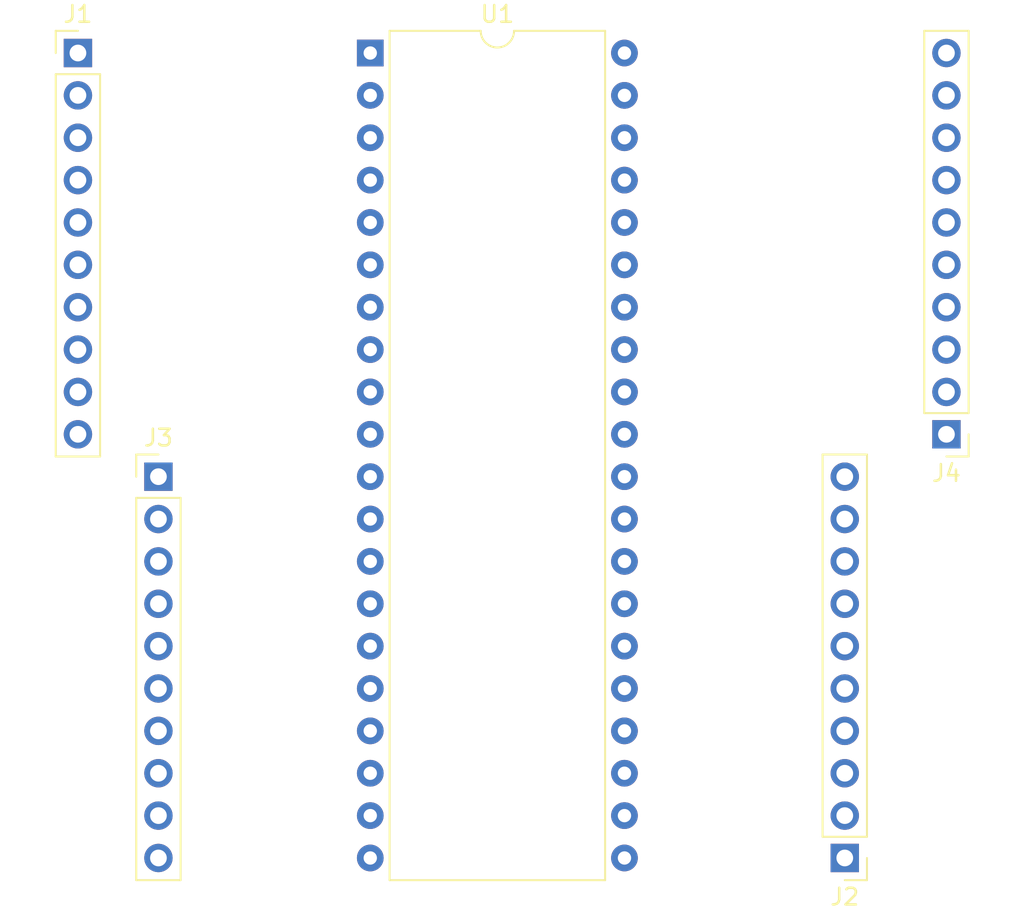
<source format=kicad_pcb>
(kicad_pcb (version 20221018) (generator pcbnew)
  (layers (0 "F.Cu" signal) (31 "B.Cu" signal) (34 "B.Paste" user) (35 "F.Paste" user) (36 "B.SilkS" user "B.Silkscreen") (37 "F.SilkS" user "F.Silkscreen") (38 "B.Mask" user) (39 "F.Mask" user) (44 "Edge.Cuts" user))
  (net 0 "")
  (net 1 "Net-(J1-Pin_1)")
  (net 2 "Net-(J1-Pin_2)")
  (net 3 "Net-(J1-Pin_3)")
  (net 4 "Net-(J1-Pin_4)")
  (net 5 "Net-(J1-Pin_5)")
  (net 6 "Net-(J1-Pin_6)")
  (net 7 "Net-(J1-Pin_7)")
  (net 8 "Net-(J1-Pin_8)")
  (net 9 "Net-(J1-Pin_9)")
  (net 10 "Net-(J1-Pin_10)")
  (net 11 "+4V")
  (net 12 "GND")
  (net 13 "Net-(J3-Pin_3)")
  (net 14 "Net-(J3-Pin_4)")
  (net 15 "Net-(J3-Pin_5)")
  (net 16 "Net-(J3-Pin_6)")
  (net 17 "Net-(J3-Pin_7)")
  (net 18 "Net-(J3-Pin_8)")
  (net 19 "Net-(J3-Pin_9)")
  (net 20 "Net-(J3-Pin_10)")
  (net 21 "Net-(J2-Pin_1)")
  (net 22 "Net-(J2-Pin_2)")
  (net 23 "Net-(J2-Pin_3)")
  (net 24 "Net-(J2-Pin_4)")
  (net 25 "Net-(J2-Pin_5)")
  (net 26 "Net-(J2-Pin_6)")
  (net 27 "Net-(J2-Pin_7)")
  (net 28 "Net-(J2-Pin_8)")
  (net 29 "Net-(J2-Pin_9)")
  (net 30 "Net-(J2-Pin_10)")
  (net 31 "Net-(J4-Pin_3)")
  (net 32 "Net-(J4-Pin_4)")
  (net 33 "Net-(J4-Pin_5)")
  (net 34 "Net-(J4-Pin_6)")
  (net 35 "Net-(J4-Pin_7)")
  (net 36 "Net-(J4-Pin_8)")
  (net 37 "Net-(J4-Pin_9)")
  (net 38 "Net-(J4-Pin_10)")
  (footprint "Connector_PinHeader_2.54mm:PinHeader_1x10_P2.54mm_Vertical" (layer "F.Cu") (at 168.656 93.726 180)
    (fp_text reference "J4" (at 0 -2.33) (layer "F.SilkS"))
    (fp_text value "Conn_01x10")
    (fp_line (start -1.33 -1.33) (end 0 -1.33) (stroke (width 0.12)) (layer "F.SilkS"))
    (fp_line (start -1.33 0) (end -1.33 -1.33) (stroke (width 0.12)) (layer "F.SilkS"))
    (fp_line (start -1.33 1.27) (end -1.33 24.19) (stroke (width 0.12)) (layer "F.SilkS"))
    (fp_line (start -1.33 1.27) (end 1.33 1.27) (stroke (width 0.12)) (layer "F.SilkS"))
    (fp_line (start -1.33 24.19) (end 1.33 24.19) (stroke (width 0.12)) (layer "F.SilkS"))
    (fp_line (start 1.33 1.27) (end 1.33 24.19) (stroke (width 0.12)) (layer "F.SilkS"))
    (pad "1" thru_hole rect (at 0 0 180) (size 1.7 1.7) (drill 1) (layers "*.Cu" "*.Mask") (net 12 "GND"))
    (pad "2" thru_hole oval (at 0 2.54 180) (size 1.7 1.7) (drill 1) (layers "*.Cu" "*.Mask") (net 11 "+4V"))
    (pad "3" thru_hole oval (at 0 5.08 180) (size 1.7 1.7) (drill 1) (layers "*.Cu" "*.Mask") (net 31 "Net-(J4-Pin_3)"))
    (pad "4" thru_hole oval (at 0 7.62 180) (size 1.7 1.7) (drill 1) (layers "*.Cu" "*.Mask") (net 32 "Net-(J4-Pin_4)"))
    (pad "5" thru_hole oval (at 0 10.16 180) (size 1.7 1.7) (drill 1) (layers "*.Cu" "*.Mask") (net 33 "Net-(J4-Pin_5)"))
    (pad "6" thru_hole oval (at 0 12.7 180) (size 1.7 1.7) (drill 1) (layers "*.Cu" "*.Mask") (net 34 "Net-(J4-Pin_6)"))
    (pad "7" thru_hole oval (at 0 15.24 180) (size 1.7 1.7) (drill 1) (layers "*.Cu" "*.Mask") (net 35 "Net-(J4-Pin_7)"))
    (pad "8" thru_hole oval (at 0 17.78 180) (size 1.7 1.7) (drill 1) (layers "*.Cu" "*.Mask") (net 36 "Net-(J4-Pin_8)"))
    (pad "9" thru_hole oval (at 0 20.32 180) (size 1.7 1.7) (drill 1) (layers "*.Cu" "*.Mask") (net 37 "Net-(J4-Pin_9)"))
    (pad "10" thru_hole oval (at 0 22.86 180) (size 1.7 1.7) (drill 1) (layers "*.Cu" "*.Mask") (net 38 "Net-(J4-Pin_10)"))
  )
  (footprint "Package_DIP:DIP-40_W15.24mm" (layer "F.Cu") (at 134.112 70.866)
    (fp_text reference "U1" (at 7.62 -2.33) (layer "F.SilkS"))
    (fp_text value "PIC16LF1786-xP")
    (fp_line (start 1.16 -1.33) (end 1.16 49.59) (stroke (width 0.12)) (layer "F.SilkS"))
    (fp_line (start 1.16 49.59) (end 14.08 49.59) (stroke (width 0.12)) (layer "F.SilkS"))
    (fp_line (start 6.62 -1.33) (end 1.16 -1.33) (stroke (width 0.12)) (layer "F.SilkS"))
    (fp_line (start 14.08 -1.33) (end 8.62 -1.33) (stroke (width 0.12)) (layer "F.SilkS"))
    (fp_line (start 14.08 49.59) (end 14.08 -1.33) (stroke (width 0.12)) (layer "F.SilkS"))
    (fp_arc (start 8.62 -1.33) (mid 7.62 -0.33) (end 6.62 -1.33) (stroke (width 0.12)) (layer "F.SilkS"))
    (pad "1" thru_hole rect (at 0 0) (size 1.6 1.6) (drill 0.8) (layers "*.Cu" "*.Mask") (net 1 "Net-(J1-Pin_1)"))
    (pad "2" thru_hole oval (at 0 2.54) (size 1.6 1.6) (drill 0.8) (layers "*.Cu" "*.Mask") (net 2 "Net-(J1-Pin_2)"))
    (pad "3" thru_hole oval (at 0 5.08) (size 1.6 1.6) (drill 0.8) (layers "*.Cu" "*.Mask") (net 3 "Net-(J1-Pin_3)"))
    (pad "4" thru_hole oval (at 0 7.62) (size 1.6 1.6) (drill 0.8) (layers "*.Cu" "*.Mask") (net 4 "Net-(J1-Pin_4)"))
    (pad "5" thru_hole oval (at 0 10.16) (size 1.6 1.6) (drill 0.8) (layers "*.Cu" "*.Mask") (net 5 "Net-(J1-Pin_5)"))
    (pad "6" thru_hole oval (at 0 12.7) (size 1.6 1.6) (drill 0.8) (layers "*.Cu" "*.Mask") (net 6 "Net-(J1-Pin_6)"))
    (pad "7" thru_hole oval (at 0 15.24) (size 1.6 1.6) (drill 0.8) (layers "*.Cu" "*.Mask") (net 7 "Net-(J1-Pin_7)"))
    (pad "8" thru_hole oval (at 0 17.78) (size 1.6 1.6) (drill 0.8) (layers "*.Cu" "*.Mask") (net 8 "Net-(J1-Pin_8)"))
    (pad "9" thru_hole oval (at 0 20.32) (size 1.6 1.6) (drill 0.8) (layers "*.Cu" "*.Mask") (net 9 "Net-(J1-Pin_9)"))
    (pad "10" thru_hole oval (at 0 22.86) (size 1.6 1.6) (drill 0.8) (layers "*.Cu" "*.Mask") (net 10 "Net-(J1-Pin_10)"))
    (pad "11" thru_hole oval (at 0 25.4) (size 1.6 1.6) (drill 0.8) (layers "*.Cu" "*.Mask") (net 11 "+4V"))
    (pad "12" thru_hole oval (at 0 27.94) (size 1.6 1.6) (drill 0.8) (layers "*.Cu" "*.Mask") (net 12 "GND"))
    (pad "13" thru_hole oval (at 0 30.48) (size 1.6 1.6) (drill 0.8) (layers "*.Cu" "*.Mask") (net 13 "Net-(J3-Pin_3)"))
    (pad "14" thru_hole oval (at 0 33.02) (size 1.6 1.6) (drill 0.8) (layers "*.Cu" "*.Mask") (net 14 "Net-(J3-Pin_4)"))
    (pad "15" thru_hole oval (at 0 35.56) (size 1.6 1.6) (drill 0.8) (layers "*.Cu" "*.Mask") (net 15 "Net-(J3-Pin_5)"))
    (pad "16" thru_hole oval (at 0 38.1) (size 1.6 1.6) (drill 0.8) (layers "*.Cu" "*.Mask") (net 16 "Net-(J3-Pin_6)"))
    (pad "17" thru_hole oval (at 0 40.64) (size 1.6 1.6) (drill 0.8) (layers "*.Cu" "*.Mask") (net 17 "Net-(J3-Pin_7)"))
    (pad "18" thru_hole oval (at 0 43.18) (size 1.6 1.6) (drill 0.8) (layers "*.Cu" "*.Mask") (net 18 "Net-(J3-Pin_8)"))
    (pad "19" thru_hole oval (at 0 45.72) (size 1.6 1.6) (drill 0.8) (layers "*.Cu" "*.Mask") (net 19 "Net-(J3-Pin_9)"))
    (pad "20" thru_hole oval (at 0 48.26) (size 1.6 1.6) (drill 0.8) (layers "*.Cu" "*.Mask") (net 20 "Net-(J3-Pin_10)"))
    (pad "21" thru_hole oval (at 15.24 48.26) (size 1.6 1.6) (drill 0.8) (layers "*.Cu" "*.Mask") (net 21 "Net-(J2-Pin_1)"))
    (pad "22" thru_hole oval (at 15.24 45.72) (size 1.6 1.6) (drill 0.8) (layers "*.Cu" "*.Mask") (net 22 "Net-(J2-Pin_2)"))
    (pad "23" thru_hole oval (at 15.24 43.18) (size 1.6 1.6) (drill 0.8) (layers "*.Cu" "*.Mask") (net 23 "Net-(J2-Pin_3)"))
    (pad "24" thru_hole oval (at 15.24 40.64) (size 1.6 1.6) (drill 0.8) (layers "*.Cu" "*.Mask") (net 24 "Net-(J2-Pin_4)"))
    (pad "25" thru_hole oval (at 15.24 38.1) (size 1.6 1.6) (drill 0.8) (layers "*.Cu" "*.Mask") (net 25 "Net-(J2-Pin_5)"))
    (pad "26" thru_hole oval (at 15.24 35.56) (size 1.6 1.6) (drill 0.8) (layers "*.Cu" "*.Mask") (net 26 "Net-(J2-Pin_6)"))
    (pad "27" thru_hole oval (at 15.24 33.02) (size 1.6 1.6) (drill 0.8) (layers "*.Cu" "*.Mask") (net 27 "Net-(J2-Pin_7)"))
    (pad "28" thru_hole oval (at 15.24 30.48) (size 1.6 1.6) (drill 0.8) (layers "*.Cu" "*.Mask") (net 28 "Net-(J2-Pin_8)"))
    (pad "29" thru_hole oval (at 15.24 27.94) (size 1.6 1.6) (drill 0.8) (layers "*.Cu" "*.Mask") (net 29 "Net-(J2-Pin_9)"))
    (pad "30" thru_hole oval (at 15.24 25.4) (size 1.6 1.6) (drill 0.8) (layers "*.Cu" "*.Mask") (net 30 "Net-(J2-Pin_10)"))
    (pad "31" thru_hole oval (at 15.24 22.86) (size 1.6 1.6) (drill 0.8) (layers "*.Cu" "*.Mask") (net 12 "GND"))
    (pad "32" thru_hole oval (at 15.24 20.32) (size 1.6 1.6) (drill 0.8) (layers "*.Cu" "*.Mask") (net 11 "+4V"))
    (pad "33" thru_hole oval (at 15.24 17.78) (size 1.6 1.6) (drill 0.8) (layers "*.Cu" "*.Mask") (net 31 "Net-(J4-Pin_3)"))
    (pad "34" thru_hole oval (at 15.24 15.24) (size 1.6 1.6) (drill 0.8) (layers "*.Cu" "*.Mask") (net 32 "Net-(J4-Pin_4)"))
    (pad "35" thru_hole oval (at 15.24 12.7) (size 1.6 1.6) (drill 0.8) (layers "*.Cu" "*.Mask") (net 33 "Net-(J4-Pin_5)"))
    (pad "36" thru_hole oval (at 15.24 10.16) (size 1.6 1.6) (drill 0.8) (layers "*.Cu" "*.Mask") (net 34 "Net-(J4-Pin_6)"))
    (pad "37" thru_hole oval (at 15.24 7.62) (size 1.6 1.6) (drill 0.8) (layers "*.Cu" "*.Mask") (net 35 "Net-(J4-Pin_7)"))
    (pad "38" thru_hole oval (at 15.24 5.08) (size 1.6 1.6) (drill 0.8) (layers "*.Cu" "*.Mask") (net 36 "Net-(J4-Pin_8)"))
    (pad "39" thru_hole oval (at 15.24 2.54) (size 1.6 1.6) (drill 0.8) (layers "*.Cu" "*.Mask") (net 37 "Net-(J4-Pin_9)"))
    (pad "40" thru_hole oval (at 15.24 0) (size 1.6 1.6) (drill 0.8) (layers "*.Cu" "*.Mask") (net 38 "Net-(J4-Pin_10)"))
  )
  (footprint "Connector_PinHeader_2.54mm:PinHeader_1x10_P2.54mm_Vertical" (layer "F.Cu") (at 121.412 96.266)
    (fp_text reference "J3" (at 0 -2.33) (layer "F.SilkS"))
    (fp_text value "Conn_01x10")
    (fp_line (start -1.33 -1.33) (end 0 -1.33) (stroke (width 0.12)) (layer "F.SilkS"))
    (fp_line (start -1.33 0) (end -1.33 -1.33) (stroke (width 0.12)) (layer "F.SilkS"))
    (fp_line (start -1.33 1.27) (end -1.33 24.19) (stroke (width 0.12)) (layer "F.SilkS"))
    (fp_line (start -1.33 1.27) (end 1.33 1.27) (stroke (width 0.12)) (layer "F.SilkS"))
    (fp_line (start -1.33 24.19) (end 1.33 24.19) (stroke (width 0.12)) (layer "F.SilkS"))
    (fp_line (start 1.33 1.27) (end 1.33 24.19) (stroke (width 0.12)) (layer "F.SilkS"))
    (pad "1" thru_hole rect (at 0 0) (size 1.7 1.7) (drill 1) (layers "*.Cu" "*.Mask") (net 12 "GND"))
    (pad "2" thru_hole oval (at 0 2.54) (size 1.7 1.7) (drill 1) (layers "*.Cu" "*.Mask") (net 11 "+4V"))
    (pad "3" thru_hole oval (at 0 5.08) (size 1.7 1.7) (drill 1) (layers "*.Cu" "*.Mask") (net 13 "Net-(J3-Pin_3)"))
    (pad "4" thru_hole oval (at 0 7.62) (size 1.7 1.7) (drill 1) (layers "*.Cu" "*.Mask") (net 14 "Net-(J3-Pin_4)"))
    (pad "5" thru_hole oval (at 0 10.16) (size 1.7 1.7) (drill 1) (layers "*.Cu" "*.Mask") (net 15 "Net-(J3-Pin_5)"))
    (pad "6" thru_hole oval (at 0 12.7) (size 1.7 1.7) (drill 1) (layers "*.Cu" "*.Mask") (net 16 "Net-(J3-Pin_6)"))
    (pad "7" thru_hole oval (at 0 15.24) (size 1.7 1.7) (drill 1) (layers "*.Cu" "*.Mask") (net 17 "Net-(J3-Pin_7)"))
    (pad "8" thru_hole oval (at 0 17.78) (size 1.7 1.7) (drill 1) (layers "*.Cu" "*.Mask") (net 18 "Net-(J3-Pin_8)"))
    (pad "9" thru_hole oval (at 0 20.32) (size 1.7 1.7) (drill 1) (layers "*.Cu" "*.Mask") (net 19 "Net-(J3-Pin_9)"))
    (pad "10" thru_hole oval (at 0 22.86) (size 1.7 1.7) (drill 1) (layers "*.Cu" "*.Mask") (net 20 "Net-(J3-Pin_10)"))
  )
  (footprint "Connector_PinHeader_2.54mm:PinHeader_1x10_P2.54mm_Vertical" (layer "F.Cu") (at 116.586 70.866)
    (fp_text reference "J1" (at 0 -2.33) (layer "F.SilkS"))
    (fp_text value "Conn_01x10")
    (fp_line (start -1.33 -1.33) (end 0 -1.33) (stroke (width 0.12)) (layer "F.SilkS"))
    (fp_line (start -1.33 0) (end -1.33 -1.33) (stroke (width 0.12)) (layer "F.SilkS"))
    (fp_line (start -1.33 1.27) (end -1.33 24.19) (stroke (width 0.12)) (layer "F.SilkS"))
    (fp_line (start -1.33 1.27) (end 1.33 1.27) (stroke (width 0.12)) (layer "F.SilkS"))
    (fp_line (start -1.33 24.19) (end 1.33 24.19) (stroke (width 0.12)) (layer "F.SilkS"))
    (fp_line (start 1.33 1.27) (end 1.33 24.19) (stroke (width 0.12)) (layer "F.SilkS"))
    (pad "1" thru_hole rect (at 0 0) (size 1.7 1.7) (drill 1) (layers "*.Cu" "*.Mask") (net 1 "Net-(J1-Pin_1)"))
    (pad "2" thru_hole oval (at 0 2.54) (size 1.7 1.7) (drill 1) (layers "*.Cu" "*.Mask") (net 2 "Net-(J1-Pin_2)"))
    (pad "3" thru_hole oval (at 0 5.08) (size 1.7 1.7) (drill 1) (layers "*.Cu" "*.Mask") (net 3 "Net-(J1-Pin_3)"))
    (pad "4" thru_hole oval (at 0 7.62) (size 1.7 1.7) (drill 1) (layers "*.Cu" "*.Mask") (net 4 "Net-(J1-Pin_4)"))
    (pad "5" thru_hole oval (at 0 10.16) (size 1.7 1.7) (drill 1) (layers "*.Cu" "*.Mask") (net 5 "Net-(J1-Pin_5)"))
    (pad "6" thru_hole oval (at 0 12.7) (size 1.7 1.7) (drill 1) (layers "*.Cu" "*.Mask") (net 6 "Net-(J1-Pin_6)"))
    (pad "7" thru_hole oval (at 0 15.24) (size 1.7 1.7) (drill 1) (layers "*.Cu" "*.Mask") (net 7 "Net-(J1-Pin_7)"))
    (pad "8" thru_hole oval (at 0 17.78) (size 1.7 1.7) (drill 1) (layers "*.Cu" "*.Mask") (net 8 "Net-(J1-Pin_8)"))
    (pad "9" thru_hole oval (at 0 20.32) (size 1.7 1.7) (drill 1) (layers "*.Cu" "*.Mask") (net 9 "Net-(J1-Pin_9)"))
    (pad "10" thru_hole oval (at 0 22.86) (size 1.7 1.7) (drill 1) (layers "*.Cu" "*.Mask") (net 10 "Net-(J1-Pin_10)"))
  )
  (footprint "Connector_PinHeader_2.54mm:PinHeader_1x10_P2.54mm_Vertical" (layer "F.Cu") (at 162.56 119.126 180)
    (fp_text reference "J2" (at 0 -2.33) (layer "F.SilkS"))
    (fp_text value "Conn_01x10")
    (fp_line (start -1.33 -1.33) (end 0 -1.33) (stroke (width 0.12)) (layer "F.SilkS"))
    (fp_line (start -1.33 0) (end -1.33 -1.33) (stroke (width 0.12)) (layer "F.SilkS"))
    (fp_line (start -1.33 1.27) (end -1.33 24.19) (stroke (width 0.12)) (layer "F.SilkS"))
    (fp_line (start -1.33 1.27) (end 1.33 1.27) (stroke (width 0.12)) (layer "F.SilkS"))
    (fp_line (start -1.33 24.19) (end 1.33 24.19) (stroke (width 0.12)) (layer "F.SilkS"))
    (fp_line (start 1.33 1.27) (end 1.33 24.19) (stroke (width 0.12)) (layer "F.SilkS"))
    (pad "1" thru_hole rect (at 0 0 180) (size 1.7 1.7) (drill 1) (layers "*.Cu" "*.Mask") (net 21 "Net-(J2-Pin_1)"))
    (pad "2" thru_hole oval (at 0 2.54 180) (size 1.7 1.7) (drill 1) (layers "*.Cu" "*.Mask") (net 22 "Net-(J2-Pin_2)"))
    (pad "3" thru_hole oval (at 0 5.08 180) (size 1.7 1.7) (drill 1) (layers "*.Cu" "*.Mask") (net 23 "Net-(J2-Pin_3)"))
    (pad "4" thru_hole oval (at 0 7.62 180) (size 1.7 1.7) (drill 1) (layers "*.Cu" "*.Mask") (net 24 "Net-(J2-Pin_4)"))
    (pad "5" thru_hole oval (at 0 10.16 180) (size 1.7 1.7) (drill 1) (layers "*.Cu" "*.Mask") (net 25 "Net-(J2-Pin_5)"))
    (pad "6" thru_hole oval (at 0 12.7 180) (size 1.7 1.7) (drill 1) (layers "*.Cu" "*.Mask") (net 26 "Net-(J2-Pin_6)"))
    (pad "7" thru_hole oval (at 0 15.24 180) (size 1.7 1.7) (drill 1) (layers "*.Cu" "*.Mask") (net 27 "Net-(J2-Pin_7)"))
    (pad "8" thru_hole oval (at 0 17.78 180) (size 1.7 1.7) (drill 1) (layers "*.Cu" "*.Mask") (net 28 "Net-(J2-Pin_8)"))
    (pad "9" thru_hole oval (at 0 20.32 180) (size 1.7 1.7) (drill 1) (layers "*.Cu" "*.Mask") (net 29 "Net-(J2-Pin_9)"))
    (pad "10" thru_hole oval (at 0 22.86 180) (size 1.7 1.7) (drill 1) (layers "*.Cu" "*.Mask") (net 30 "Net-(J2-Pin_10)"))
  )
)
</source>
